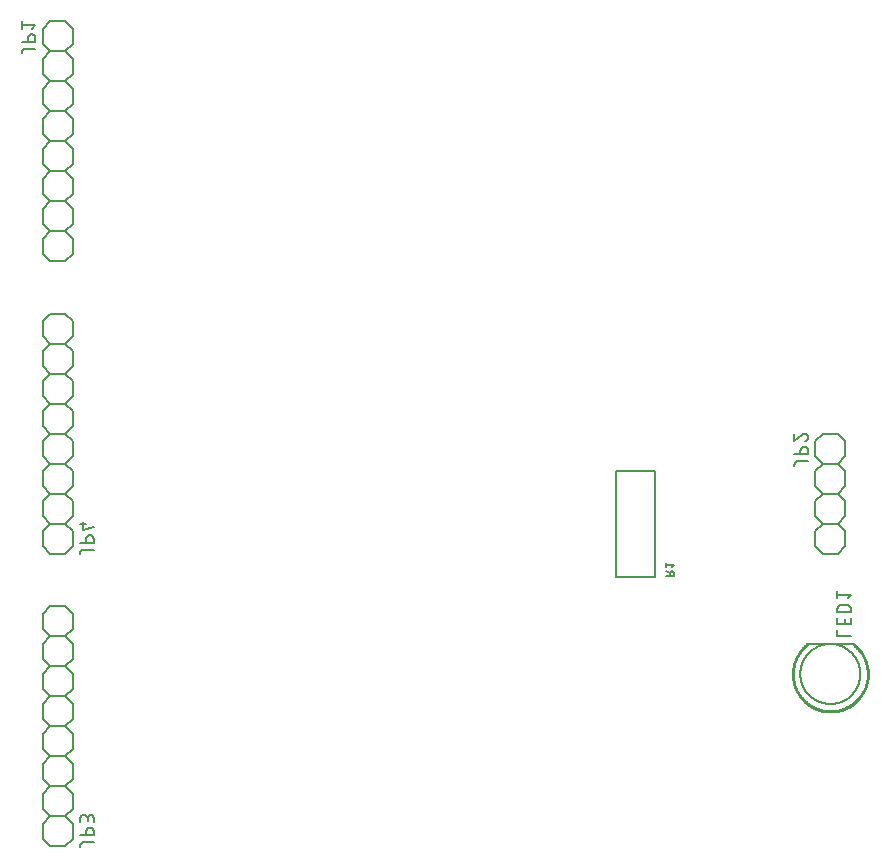
<source format=gbr>
G04 EAGLE Gerber X2 export*
%TF.Part,Single*%
%TF.FileFunction,Legend,Bot,1*%
%TF.FilePolarity,Positive*%
%TF.GenerationSoftware,Autodesk,EAGLE,9.0.0*%
%TF.CreationDate,2018-10-21T06:38:59Z*%
G75*
%MOMM*%
%FSLAX34Y34*%
%LPD*%
%AMOC8*
5,1,8,0,0,1.08239X$1,22.5*%
G01*
%ADD10C,0.152400*%
%ADD11C,0.127000*%
%ADD12C,0.203200*%
%ADD13C,0.254000*%


D10*
X311150Y673100D02*
X311150Y660400D01*
X317500Y654050D01*
X330200Y654050D01*
X336550Y660400D01*
X311150Y698500D02*
X317500Y704850D01*
X311150Y698500D02*
X311150Y685800D01*
X317500Y679450D01*
X330200Y679450D01*
X336550Y685800D01*
X336550Y698500D01*
X330200Y704850D01*
X317500Y679450D02*
X311150Y673100D01*
X330200Y679450D02*
X336550Y673100D01*
X336550Y660400D01*
X311150Y736600D02*
X311150Y749300D01*
X311150Y736600D02*
X317500Y730250D01*
X330200Y730250D01*
X336550Y736600D01*
X317500Y730250D02*
X311150Y723900D01*
X311150Y711200D01*
X317500Y704850D01*
X330200Y704850D01*
X336550Y711200D01*
X336550Y723900D01*
X330200Y730250D01*
X311150Y774700D02*
X317500Y781050D01*
X311150Y774700D02*
X311150Y762000D01*
X317500Y755650D01*
X330200Y755650D01*
X336550Y762000D01*
X336550Y774700D01*
X330200Y781050D01*
X317500Y755650D02*
X311150Y749300D01*
X330200Y755650D02*
X336550Y749300D01*
X336550Y736600D01*
X311150Y812800D02*
X311150Y825500D01*
X311150Y812800D02*
X317500Y806450D01*
X330200Y806450D01*
X336550Y812800D01*
X317500Y806450D02*
X311150Y800100D01*
X311150Y787400D01*
X317500Y781050D01*
X330200Y781050D01*
X336550Y787400D01*
X336550Y800100D01*
X330200Y806450D01*
X330200Y831850D02*
X317500Y831850D01*
X311150Y825500D01*
X330200Y831850D02*
X336550Y825500D01*
X336550Y812800D01*
X311150Y647700D02*
X311150Y635000D01*
X317500Y628650D01*
X330200Y628650D01*
X336550Y635000D01*
X317500Y654050D02*
X311150Y647700D01*
X330200Y654050D02*
X336550Y647700D01*
X336550Y635000D01*
D11*
X304927Y808788D02*
X296037Y808788D01*
X295937Y808786D01*
X295838Y808780D01*
X295738Y808770D01*
X295640Y808757D01*
X295541Y808739D01*
X295444Y808718D01*
X295348Y808693D01*
X295252Y808664D01*
X295158Y808631D01*
X295065Y808595D01*
X294974Y808555D01*
X294884Y808511D01*
X294796Y808464D01*
X294710Y808414D01*
X294626Y808360D01*
X294544Y808303D01*
X294465Y808243D01*
X294387Y808179D01*
X294313Y808113D01*
X294241Y808044D01*
X294172Y807972D01*
X294106Y807898D01*
X294042Y807820D01*
X293982Y807741D01*
X293925Y807659D01*
X293871Y807575D01*
X293821Y807489D01*
X293774Y807401D01*
X293730Y807311D01*
X293690Y807220D01*
X293654Y807127D01*
X293621Y807033D01*
X293592Y806937D01*
X293567Y806841D01*
X293546Y806744D01*
X293528Y806645D01*
X293515Y806547D01*
X293505Y806447D01*
X293499Y806348D01*
X293497Y806248D01*
X293497Y804978D01*
X293497Y814769D02*
X304927Y814769D01*
X304927Y817944D01*
X304925Y818055D01*
X304919Y818165D01*
X304910Y818276D01*
X304896Y818386D01*
X304879Y818495D01*
X304858Y818604D01*
X304833Y818712D01*
X304804Y818819D01*
X304772Y818925D01*
X304736Y819030D01*
X304696Y819133D01*
X304653Y819235D01*
X304606Y819336D01*
X304555Y819435D01*
X304502Y819532D01*
X304445Y819626D01*
X304384Y819719D01*
X304321Y819810D01*
X304254Y819899D01*
X304184Y819985D01*
X304111Y820068D01*
X304036Y820150D01*
X303958Y820228D01*
X303876Y820303D01*
X303793Y820376D01*
X303707Y820446D01*
X303618Y820513D01*
X303527Y820576D01*
X303434Y820637D01*
X303340Y820694D01*
X303243Y820747D01*
X303144Y820798D01*
X303043Y820845D01*
X302941Y820888D01*
X302838Y820928D01*
X302733Y820964D01*
X302627Y820996D01*
X302520Y821025D01*
X302412Y821050D01*
X302303Y821071D01*
X302194Y821088D01*
X302084Y821102D01*
X301973Y821111D01*
X301863Y821117D01*
X301752Y821119D01*
X301641Y821117D01*
X301531Y821111D01*
X301420Y821102D01*
X301310Y821088D01*
X301201Y821071D01*
X301092Y821050D01*
X300984Y821025D01*
X300877Y820996D01*
X300771Y820964D01*
X300666Y820928D01*
X300563Y820888D01*
X300461Y820845D01*
X300360Y820798D01*
X300261Y820747D01*
X300165Y820694D01*
X300070Y820637D01*
X299977Y820576D01*
X299886Y820513D01*
X299797Y820446D01*
X299711Y820376D01*
X299628Y820303D01*
X299546Y820228D01*
X299468Y820150D01*
X299393Y820068D01*
X299320Y819985D01*
X299250Y819899D01*
X299183Y819810D01*
X299120Y819719D01*
X299059Y819626D01*
X299002Y819532D01*
X298949Y819435D01*
X298898Y819336D01*
X298851Y819235D01*
X298808Y819133D01*
X298768Y819030D01*
X298732Y818925D01*
X298700Y818819D01*
X298671Y818712D01*
X298646Y818604D01*
X298625Y818495D01*
X298608Y818386D01*
X298594Y818276D01*
X298585Y818165D01*
X298579Y818055D01*
X298577Y817944D01*
X298577Y814769D01*
X302387Y825627D02*
X304927Y828802D01*
X293497Y828802D01*
X293497Y825627D02*
X293497Y831977D01*
D10*
X965200Y425450D02*
X971550Y431800D01*
X965200Y425450D02*
X965200Y412750D01*
X971550Y406400D01*
X984250Y406400D01*
X990600Y412750D01*
X990600Y425450D01*
X984250Y431800D01*
X965200Y463550D02*
X965200Y476250D01*
X965200Y463550D02*
X971550Y457200D01*
X984250Y457200D01*
X990600Y463550D01*
X971550Y457200D02*
X965200Y450850D01*
X965200Y438150D01*
X971550Y431800D01*
X984250Y431800D01*
X990600Y438150D01*
X990600Y450850D01*
X984250Y457200D01*
X984250Y482600D02*
X971550Y482600D01*
X965200Y476250D01*
X984250Y482600D02*
X990600Y476250D01*
X990600Y463550D01*
X965200Y400050D02*
X965200Y387350D01*
X971550Y381000D01*
X984250Y381000D01*
X990600Y387350D01*
X971550Y406400D02*
X965200Y400050D01*
X984250Y406400D02*
X990600Y400050D01*
X990600Y387350D01*
D11*
X958977Y459538D02*
X950087Y459538D01*
X949987Y459536D01*
X949888Y459530D01*
X949788Y459520D01*
X949690Y459507D01*
X949591Y459489D01*
X949494Y459468D01*
X949398Y459443D01*
X949302Y459414D01*
X949208Y459381D01*
X949115Y459345D01*
X949024Y459305D01*
X948934Y459261D01*
X948846Y459214D01*
X948760Y459164D01*
X948676Y459110D01*
X948594Y459053D01*
X948515Y458993D01*
X948437Y458929D01*
X948363Y458863D01*
X948291Y458794D01*
X948222Y458722D01*
X948156Y458648D01*
X948092Y458570D01*
X948032Y458491D01*
X947975Y458409D01*
X947921Y458325D01*
X947871Y458239D01*
X947824Y458151D01*
X947780Y458061D01*
X947740Y457970D01*
X947704Y457877D01*
X947671Y457783D01*
X947642Y457687D01*
X947617Y457591D01*
X947596Y457494D01*
X947578Y457395D01*
X947565Y457297D01*
X947555Y457197D01*
X947549Y457098D01*
X947547Y456998D01*
X947547Y455728D01*
X947547Y465519D02*
X958977Y465519D01*
X958977Y468694D01*
X958975Y468805D01*
X958969Y468915D01*
X958960Y469026D01*
X958946Y469136D01*
X958929Y469245D01*
X958908Y469354D01*
X958883Y469462D01*
X958854Y469569D01*
X958822Y469675D01*
X958786Y469780D01*
X958746Y469883D01*
X958703Y469985D01*
X958656Y470086D01*
X958605Y470185D01*
X958552Y470282D01*
X958495Y470376D01*
X958434Y470469D01*
X958371Y470560D01*
X958304Y470649D01*
X958234Y470735D01*
X958161Y470818D01*
X958086Y470900D01*
X958008Y470978D01*
X957926Y471053D01*
X957843Y471126D01*
X957757Y471196D01*
X957668Y471263D01*
X957577Y471326D01*
X957484Y471387D01*
X957390Y471444D01*
X957293Y471497D01*
X957194Y471548D01*
X957093Y471595D01*
X956991Y471638D01*
X956888Y471678D01*
X956783Y471714D01*
X956677Y471746D01*
X956570Y471775D01*
X956462Y471800D01*
X956353Y471821D01*
X956244Y471838D01*
X956134Y471852D01*
X956023Y471861D01*
X955913Y471867D01*
X955802Y471869D01*
X955691Y471867D01*
X955581Y471861D01*
X955470Y471852D01*
X955360Y471838D01*
X955251Y471821D01*
X955142Y471800D01*
X955034Y471775D01*
X954927Y471746D01*
X954821Y471714D01*
X954716Y471678D01*
X954613Y471638D01*
X954511Y471595D01*
X954410Y471548D01*
X954311Y471497D01*
X954215Y471444D01*
X954120Y471387D01*
X954027Y471326D01*
X953936Y471263D01*
X953847Y471196D01*
X953761Y471126D01*
X953678Y471053D01*
X953596Y470978D01*
X953518Y470900D01*
X953443Y470818D01*
X953370Y470735D01*
X953300Y470649D01*
X953233Y470560D01*
X953170Y470469D01*
X953109Y470376D01*
X953052Y470282D01*
X952999Y470185D01*
X952948Y470086D01*
X952901Y469985D01*
X952858Y469883D01*
X952818Y469780D01*
X952782Y469675D01*
X952750Y469569D01*
X952721Y469462D01*
X952696Y469354D01*
X952675Y469245D01*
X952658Y469136D01*
X952644Y469026D01*
X952635Y468915D01*
X952629Y468805D01*
X952627Y468694D01*
X952627Y465519D01*
X958978Y479870D02*
X958976Y479974D01*
X958970Y480079D01*
X958961Y480183D01*
X958948Y480286D01*
X958930Y480389D01*
X958910Y480491D01*
X958885Y480593D01*
X958857Y480693D01*
X958825Y480793D01*
X958789Y480891D01*
X958750Y480988D01*
X958708Y481083D01*
X958662Y481177D01*
X958612Y481269D01*
X958560Y481359D01*
X958504Y481447D01*
X958444Y481533D01*
X958382Y481617D01*
X958317Y481698D01*
X958249Y481777D01*
X958177Y481854D01*
X958104Y481927D01*
X958027Y481999D01*
X957948Y482067D01*
X957867Y482132D01*
X957783Y482194D01*
X957697Y482254D01*
X957609Y482310D01*
X957519Y482362D01*
X957427Y482412D01*
X957333Y482458D01*
X957238Y482500D01*
X957141Y482539D01*
X957043Y482575D01*
X956943Y482607D01*
X956843Y482635D01*
X956741Y482660D01*
X956639Y482680D01*
X956536Y482698D01*
X956433Y482711D01*
X956329Y482720D01*
X956224Y482726D01*
X956120Y482728D01*
X958977Y479870D02*
X958975Y479752D01*
X958969Y479633D01*
X958960Y479515D01*
X958947Y479398D01*
X958929Y479281D01*
X958909Y479164D01*
X958884Y479048D01*
X958856Y478933D01*
X958823Y478820D01*
X958788Y478707D01*
X958748Y478595D01*
X958706Y478485D01*
X958659Y478376D01*
X958609Y478268D01*
X958556Y478163D01*
X958499Y478059D01*
X958439Y477957D01*
X958376Y477857D01*
X958309Y477759D01*
X958240Y477663D01*
X958167Y477570D01*
X958091Y477479D01*
X958013Y477390D01*
X957931Y477304D01*
X957847Y477221D01*
X957761Y477140D01*
X957671Y477063D01*
X957580Y476988D01*
X957486Y476916D01*
X957389Y476847D01*
X957291Y476782D01*
X957190Y476719D01*
X957087Y476660D01*
X956983Y476604D01*
X956877Y476552D01*
X956769Y476503D01*
X956660Y476458D01*
X956549Y476416D01*
X956437Y476378D01*
X953898Y481775D02*
X953973Y481851D01*
X954052Y481926D01*
X954133Y481997D01*
X954217Y482066D01*
X954303Y482131D01*
X954391Y482193D01*
X954481Y482253D01*
X954573Y482309D01*
X954668Y482362D01*
X954764Y482411D01*
X954862Y482457D01*
X954961Y482500D01*
X955062Y482539D01*
X955164Y482574D01*
X955267Y482606D01*
X955371Y482634D01*
X955476Y482659D01*
X955583Y482680D01*
X955689Y482697D01*
X955796Y482710D01*
X955904Y482719D01*
X956012Y482725D01*
X956120Y482727D01*
X953897Y481775D02*
X947547Y476377D01*
X947547Y482727D01*
D10*
X336550Y304800D02*
X336550Y292100D01*
X336550Y304800D02*
X330200Y311150D01*
X317500Y311150D01*
X311150Y304800D01*
X336550Y266700D02*
X330200Y260350D01*
X336550Y266700D02*
X336550Y279400D01*
X330200Y285750D01*
X317500Y285750D01*
X311150Y279400D01*
X311150Y266700D01*
X317500Y260350D01*
X330200Y285750D02*
X336550Y292100D01*
X317500Y285750D02*
X311150Y292100D01*
X311150Y304800D01*
X336550Y228600D02*
X336550Y215900D01*
X336550Y228600D02*
X330200Y234950D01*
X317500Y234950D01*
X311150Y228600D01*
X330200Y234950D02*
X336550Y241300D01*
X336550Y254000D01*
X330200Y260350D01*
X317500Y260350D01*
X311150Y254000D01*
X311150Y241300D01*
X317500Y234950D01*
X336550Y190500D02*
X330200Y184150D01*
X336550Y190500D02*
X336550Y203200D01*
X330200Y209550D01*
X317500Y209550D01*
X311150Y203200D01*
X311150Y190500D01*
X317500Y184150D01*
X330200Y209550D02*
X336550Y215900D01*
X317500Y209550D02*
X311150Y215900D01*
X311150Y228600D01*
X336550Y152400D02*
X336550Y139700D01*
X336550Y152400D02*
X330200Y158750D01*
X317500Y158750D01*
X311150Y152400D01*
X330200Y158750D02*
X336550Y165100D01*
X336550Y177800D01*
X330200Y184150D01*
X317500Y184150D01*
X311150Y177800D01*
X311150Y165100D01*
X317500Y158750D01*
X317500Y133350D02*
X330200Y133350D01*
X336550Y139700D01*
X317500Y133350D02*
X311150Y139700D01*
X311150Y152400D01*
X336550Y317500D02*
X336550Y330200D01*
X330200Y336550D01*
X317500Y336550D01*
X311150Y330200D01*
X330200Y311150D02*
X336550Y317500D01*
X317500Y311150D02*
X311150Y317500D01*
X311150Y330200D01*
D11*
X345313Y137033D02*
X354203Y137033D01*
X345313Y137033D02*
X345213Y137031D01*
X345114Y137025D01*
X345014Y137015D01*
X344916Y137002D01*
X344817Y136984D01*
X344720Y136963D01*
X344624Y136938D01*
X344528Y136909D01*
X344434Y136876D01*
X344341Y136840D01*
X344250Y136800D01*
X344160Y136756D01*
X344072Y136709D01*
X343986Y136659D01*
X343902Y136605D01*
X343820Y136548D01*
X343741Y136488D01*
X343663Y136424D01*
X343589Y136358D01*
X343517Y136289D01*
X343448Y136217D01*
X343382Y136143D01*
X343318Y136065D01*
X343258Y135986D01*
X343201Y135904D01*
X343147Y135820D01*
X343097Y135734D01*
X343050Y135646D01*
X343006Y135556D01*
X342966Y135465D01*
X342930Y135372D01*
X342897Y135278D01*
X342868Y135182D01*
X342843Y135086D01*
X342822Y134989D01*
X342804Y134890D01*
X342791Y134792D01*
X342781Y134692D01*
X342775Y134593D01*
X342773Y134493D01*
X342773Y133223D01*
X342773Y143013D02*
X354203Y143013D01*
X354203Y146188D01*
X354201Y146299D01*
X354195Y146409D01*
X354186Y146520D01*
X354172Y146630D01*
X354155Y146739D01*
X354134Y146848D01*
X354109Y146956D01*
X354080Y147063D01*
X354048Y147169D01*
X354012Y147274D01*
X353972Y147377D01*
X353929Y147479D01*
X353882Y147580D01*
X353831Y147679D01*
X353778Y147776D01*
X353721Y147870D01*
X353660Y147963D01*
X353597Y148054D01*
X353530Y148143D01*
X353460Y148229D01*
X353387Y148312D01*
X353312Y148394D01*
X353234Y148472D01*
X353152Y148547D01*
X353069Y148620D01*
X352983Y148690D01*
X352894Y148757D01*
X352803Y148820D01*
X352710Y148881D01*
X352616Y148938D01*
X352519Y148991D01*
X352420Y149042D01*
X352319Y149089D01*
X352217Y149132D01*
X352114Y149172D01*
X352009Y149208D01*
X351903Y149240D01*
X351796Y149269D01*
X351688Y149294D01*
X351579Y149315D01*
X351470Y149332D01*
X351360Y149346D01*
X351249Y149355D01*
X351139Y149361D01*
X351028Y149363D01*
X350917Y149361D01*
X350807Y149355D01*
X350696Y149346D01*
X350586Y149332D01*
X350477Y149315D01*
X350368Y149294D01*
X350260Y149269D01*
X350153Y149240D01*
X350047Y149208D01*
X349942Y149172D01*
X349839Y149132D01*
X349737Y149089D01*
X349636Y149042D01*
X349537Y148991D01*
X349441Y148938D01*
X349346Y148881D01*
X349253Y148820D01*
X349162Y148757D01*
X349073Y148690D01*
X348987Y148620D01*
X348904Y148547D01*
X348822Y148472D01*
X348744Y148394D01*
X348669Y148312D01*
X348596Y148229D01*
X348526Y148143D01*
X348459Y148054D01*
X348396Y147963D01*
X348335Y147870D01*
X348278Y147776D01*
X348225Y147679D01*
X348174Y147580D01*
X348127Y147479D01*
X348084Y147377D01*
X348044Y147274D01*
X348008Y147169D01*
X347976Y147063D01*
X347947Y146956D01*
X347922Y146848D01*
X347901Y146739D01*
X347884Y146630D01*
X347870Y146520D01*
X347861Y146409D01*
X347855Y146299D01*
X347853Y146188D01*
X347853Y143013D01*
X342773Y153872D02*
X342773Y157047D01*
X342775Y157158D01*
X342781Y157268D01*
X342790Y157379D01*
X342804Y157489D01*
X342821Y157598D01*
X342842Y157707D01*
X342867Y157815D01*
X342896Y157922D01*
X342928Y158028D01*
X342964Y158133D01*
X343004Y158236D01*
X343047Y158338D01*
X343094Y158439D01*
X343145Y158538D01*
X343198Y158635D01*
X343255Y158729D01*
X343316Y158822D01*
X343379Y158913D01*
X343446Y159002D01*
X343516Y159088D01*
X343589Y159171D01*
X343664Y159253D01*
X343742Y159331D01*
X343824Y159406D01*
X343907Y159479D01*
X343993Y159549D01*
X344082Y159616D01*
X344173Y159679D01*
X344266Y159740D01*
X344361Y159797D01*
X344457Y159850D01*
X344556Y159901D01*
X344657Y159948D01*
X344759Y159991D01*
X344862Y160031D01*
X344967Y160067D01*
X345073Y160099D01*
X345180Y160128D01*
X345288Y160153D01*
X345397Y160174D01*
X345506Y160191D01*
X345616Y160205D01*
X345727Y160214D01*
X345837Y160220D01*
X345948Y160222D01*
X346059Y160220D01*
X346169Y160214D01*
X346280Y160205D01*
X346390Y160191D01*
X346499Y160174D01*
X346608Y160153D01*
X346716Y160128D01*
X346823Y160099D01*
X346929Y160067D01*
X347034Y160031D01*
X347137Y159991D01*
X347239Y159948D01*
X347340Y159901D01*
X347439Y159850D01*
X347536Y159797D01*
X347630Y159740D01*
X347723Y159679D01*
X347814Y159616D01*
X347903Y159549D01*
X347989Y159479D01*
X348072Y159406D01*
X348154Y159331D01*
X348232Y159253D01*
X348307Y159171D01*
X348380Y159088D01*
X348450Y159002D01*
X348517Y158913D01*
X348580Y158822D01*
X348641Y158729D01*
X348698Y158635D01*
X348751Y158538D01*
X348802Y158439D01*
X348849Y158338D01*
X348892Y158236D01*
X348932Y158133D01*
X348968Y158028D01*
X349000Y157922D01*
X349029Y157815D01*
X349054Y157707D01*
X349075Y157598D01*
X349092Y157489D01*
X349106Y157379D01*
X349115Y157268D01*
X349121Y157158D01*
X349123Y157047D01*
X354203Y157682D02*
X354203Y153872D01*
X354203Y157682D02*
X354201Y157782D01*
X354195Y157881D01*
X354185Y157981D01*
X354172Y158079D01*
X354154Y158178D01*
X354133Y158275D01*
X354108Y158371D01*
X354079Y158467D01*
X354046Y158561D01*
X354010Y158654D01*
X353970Y158745D01*
X353926Y158835D01*
X353879Y158923D01*
X353829Y159009D01*
X353775Y159093D01*
X353718Y159175D01*
X353658Y159254D01*
X353594Y159332D01*
X353528Y159406D01*
X353459Y159478D01*
X353387Y159547D01*
X353313Y159613D01*
X353235Y159677D01*
X353156Y159737D01*
X353074Y159794D01*
X352990Y159848D01*
X352904Y159898D01*
X352816Y159945D01*
X352726Y159989D01*
X352635Y160029D01*
X352542Y160065D01*
X352448Y160098D01*
X352352Y160127D01*
X352256Y160152D01*
X352159Y160173D01*
X352060Y160191D01*
X351962Y160204D01*
X351862Y160214D01*
X351763Y160220D01*
X351663Y160222D01*
X351563Y160220D01*
X351464Y160214D01*
X351364Y160204D01*
X351266Y160191D01*
X351167Y160173D01*
X351070Y160152D01*
X350974Y160127D01*
X350878Y160098D01*
X350784Y160065D01*
X350691Y160029D01*
X350600Y159989D01*
X350510Y159945D01*
X350422Y159898D01*
X350336Y159848D01*
X350252Y159794D01*
X350170Y159737D01*
X350091Y159677D01*
X350013Y159613D01*
X349939Y159547D01*
X349867Y159478D01*
X349798Y159406D01*
X349732Y159332D01*
X349668Y159254D01*
X349608Y159175D01*
X349551Y159093D01*
X349497Y159009D01*
X349447Y158923D01*
X349400Y158835D01*
X349356Y158745D01*
X349316Y158654D01*
X349280Y158561D01*
X349247Y158467D01*
X349218Y158371D01*
X349193Y158275D01*
X349172Y158178D01*
X349154Y158079D01*
X349141Y157981D01*
X349131Y157881D01*
X349125Y157782D01*
X349123Y157682D01*
X349123Y155142D01*
D10*
X336550Y539750D02*
X336550Y552450D01*
X330200Y558800D01*
X317500Y558800D01*
X311150Y552450D01*
X336550Y514350D02*
X330200Y508000D01*
X336550Y514350D02*
X336550Y527050D01*
X330200Y533400D01*
X317500Y533400D01*
X311150Y527050D01*
X311150Y514350D01*
X317500Y508000D01*
X330200Y533400D02*
X336550Y539750D01*
X317500Y533400D02*
X311150Y539750D01*
X311150Y552450D01*
X336550Y476250D02*
X336550Y463550D01*
X336550Y476250D02*
X330200Y482600D01*
X317500Y482600D01*
X311150Y476250D01*
X330200Y482600D02*
X336550Y488950D01*
X336550Y501650D01*
X330200Y508000D01*
X317500Y508000D01*
X311150Y501650D01*
X311150Y488950D01*
X317500Y482600D01*
X336550Y438150D02*
X330200Y431800D01*
X336550Y438150D02*
X336550Y450850D01*
X330200Y457200D01*
X317500Y457200D01*
X311150Y450850D01*
X311150Y438150D01*
X317500Y431800D01*
X330200Y457200D02*
X336550Y463550D01*
X317500Y457200D02*
X311150Y463550D01*
X311150Y476250D01*
X336550Y400050D02*
X336550Y387350D01*
X336550Y400050D02*
X330200Y406400D01*
X317500Y406400D01*
X311150Y400050D01*
X330200Y406400D02*
X336550Y412750D01*
X336550Y425450D01*
X330200Y431800D01*
X317500Y431800D01*
X311150Y425450D01*
X311150Y412750D01*
X317500Y406400D01*
X317500Y381000D02*
X330200Y381000D01*
X336550Y387350D01*
X317500Y381000D02*
X311150Y387350D01*
X311150Y400050D01*
X336550Y565150D02*
X336550Y577850D01*
X330200Y584200D01*
X317500Y584200D01*
X311150Y577850D01*
X330200Y558800D02*
X336550Y565150D01*
X317500Y558800D02*
X311150Y565150D01*
X311150Y577850D01*
D11*
X345313Y384683D02*
X354203Y384683D01*
X345313Y384683D02*
X345213Y384681D01*
X345114Y384675D01*
X345014Y384665D01*
X344916Y384652D01*
X344817Y384634D01*
X344720Y384613D01*
X344624Y384588D01*
X344528Y384559D01*
X344434Y384526D01*
X344341Y384490D01*
X344250Y384450D01*
X344160Y384406D01*
X344072Y384359D01*
X343986Y384309D01*
X343902Y384255D01*
X343820Y384198D01*
X343741Y384138D01*
X343663Y384074D01*
X343589Y384008D01*
X343517Y383939D01*
X343448Y383867D01*
X343382Y383793D01*
X343318Y383715D01*
X343258Y383636D01*
X343201Y383554D01*
X343147Y383470D01*
X343097Y383384D01*
X343050Y383296D01*
X343006Y383206D01*
X342966Y383115D01*
X342930Y383022D01*
X342897Y382928D01*
X342868Y382832D01*
X342843Y382736D01*
X342822Y382639D01*
X342804Y382540D01*
X342791Y382442D01*
X342781Y382342D01*
X342775Y382243D01*
X342773Y382143D01*
X342773Y380873D01*
X342773Y390663D02*
X354203Y390663D01*
X354203Y393838D01*
X354201Y393949D01*
X354195Y394059D01*
X354186Y394170D01*
X354172Y394280D01*
X354155Y394389D01*
X354134Y394498D01*
X354109Y394606D01*
X354080Y394713D01*
X354048Y394819D01*
X354012Y394924D01*
X353972Y395027D01*
X353929Y395129D01*
X353882Y395230D01*
X353831Y395329D01*
X353778Y395426D01*
X353721Y395520D01*
X353660Y395613D01*
X353597Y395704D01*
X353530Y395793D01*
X353460Y395879D01*
X353387Y395962D01*
X353312Y396044D01*
X353234Y396122D01*
X353152Y396197D01*
X353069Y396270D01*
X352983Y396340D01*
X352894Y396407D01*
X352803Y396470D01*
X352710Y396531D01*
X352616Y396588D01*
X352519Y396641D01*
X352420Y396692D01*
X352319Y396739D01*
X352217Y396782D01*
X352114Y396822D01*
X352009Y396858D01*
X351903Y396890D01*
X351796Y396919D01*
X351688Y396944D01*
X351579Y396965D01*
X351470Y396982D01*
X351360Y396996D01*
X351249Y397005D01*
X351139Y397011D01*
X351028Y397013D01*
X350917Y397011D01*
X350807Y397005D01*
X350696Y396996D01*
X350586Y396982D01*
X350477Y396965D01*
X350368Y396944D01*
X350260Y396919D01*
X350153Y396890D01*
X350047Y396858D01*
X349942Y396822D01*
X349839Y396782D01*
X349737Y396739D01*
X349636Y396692D01*
X349537Y396641D01*
X349441Y396588D01*
X349346Y396531D01*
X349253Y396470D01*
X349162Y396407D01*
X349073Y396340D01*
X348987Y396270D01*
X348904Y396197D01*
X348822Y396122D01*
X348744Y396044D01*
X348669Y395962D01*
X348596Y395879D01*
X348526Y395793D01*
X348459Y395704D01*
X348396Y395613D01*
X348335Y395520D01*
X348278Y395426D01*
X348225Y395329D01*
X348174Y395230D01*
X348127Y395129D01*
X348084Y395027D01*
X348044Y394924D01*
X348008Y394819D01*
X347976Y394713D01*
X347947Y394606D01*
X347922Y394498D01*
X347901Y394389D01*
X347884Y394280D01*
X347870Y394170D01*
X347861Y394059D01*
X347855Y393949D01*
X347853Y393838D01*
X347853Y390663D01*
X345313Y401522D02*
X354203Y404062D01*
X345313Y401522D02*
X345313Y407872D01*
X347853Y405967D02*
X342773Y405967D01*
D12*
X958850Y304800D02*
X996950Y304800D01*
D13*
X997566Y304326D01*
X998171Y303837D01*
X998763Y303333D01*
X999343Y302815D01*
X999910Y302283D01*
X1000464Y301737D01*
X1001004Y301178D01*
X1001530Y300605D01*
X1002043Y300020D01*
X1002540Y299423D01*
X1003023Y298814D01*
X1003491Y298193D01*
X1003944Y297560D01*
X1004381Y296917D01*
X1004802Y296263D01*
X1005206Y295599D01*
X1005595Y294926D01*
X1005967Y294243D01*
X1006322Y293551D01*
X1006660Y292851D01*
X1006981Y292143D01*
X1007284Y291427D01*
X1007570Y290703D01*
X1007838Y289974D01*
X1008088Y289237D01*
X1008319Y288495D01*
X1008533Y287747D01*
X1008728Y286995D01*
X1008905Y286237D01*
X1009063Y285476D01*
X1009203Y284711D01*
X1009323Y283943D01*
X1009425Y283172D01*
X1009508Y282399D01*
X1009572Y281624D01*
X1009617Y280848D01*
X1009643Y280071D01*
X1009650Y279293D01*
X1009638Y278516D01*
X1009607Y277739D01*
X1009556Y276963D01*
X1009487Y276188D01*
X1009399Y275416D01*
X1009292Y274646D01*
X1009166Y273878D01*
X1009022Y273114D01*
X1008858Y272354D01*
X1008676Y271598D01*
X1008476Y270847D01*
X1008258Y270100D01*
X1008021Y269360D01*
X1007766Y268625D01*
X1007493Y267897D01*
X1007202Y267176D01*
X1006894Y266462D01*
X1006569Y265756D01*
X1006226Y265058D01*
X1005866Y264368D01*
X1005490Y263688D01*
X1005097Y263017D01*
X1004687Y262356D01*
X1004262Y261705D01*
X1003821Y261065D01*
X1003364Y260436D01*
X1002892Y259818D01*
X1002405Y259212D01*
X1001903Y258618D01*
X1001387Y258036D01*
X1000857Y257467D01*
X1000313Y256912D01*
X999755Y256369D01*
X999185Y255841D01*
X998602Y255327D01*
X998006Y254827D01*
X997398Y254342D01*
X996779Y253872D01*
X996148Y253418D01*
X995506Y252979D01*
X994854Y252555D01*
X994191Y252148D01*
X993519Y251757D01*
X992837Y251383D01*
X992147Y251026D01*
X991448Y250686D01*
X990740Y250362D01*
X990026Y250057D01*
X989303Y249768D01*
X988574Y249498D01*
X987839Y249246D01*
X987097Y249011D01*
X986350Y248795D01*
X985598Y248597D01*
X984842Y248418D01*
X984081Y248257D01*
X983317Y248115D01*
X982549Y247992D01*
X981778Y247888D01*
X981005Y247802D01*
X980231Y247736D01*
X979455Y247688D01*
X978678Y247660D01*
X977900Y247650D01*
X977122Y247660D01*
X976345Y247688D01*
X975569Y247736D01*
X974795Y247802D01*
X974022Y247888D01*
X973251Y247992D01*
X972483Y248115D01*
X971719Y248257D01*
X970958Y248418D01*
X970202Y248597D01*
X969450Y248795D01*
X968703Y249011D01*
X967961Y249246D01*
X967226Y249498D01*
X966497Y249768D01*
X965774Y250057D01*
X965060Y250362D01*
X964352Y250686D01*
X963653Y251026D01*
X962963Y251383D01*
X962281Y251757D01*
X961609Y252148D01*
X960946Y252555D01*
X960294Y252979D01*
X959652Y253418D01*
X959021Y253872D01*
X958402Y254342D01*
X957794Y254827D01*
X957198Y255327D01*
X956615Y255841D01*
X956045Y256369D01*
X955487Y256912D01*
X954943Y257467D01*
X954413Y258036D01*
X953897Y258618D01*
X953395Y259212D01*
X952908Y259818D01*
X952436Y260436D01*
X951979Y261065D01*
X951538Y261705D01*
X951113Y262356D01*
X950703Y263017D01*
X950310Y263688D01*
X949934Y264368D01*
X949574Y265058D01*
X949231Y265756D01*
X948906Y266462D01*
X948598Y267176D01*
X948307Y267897D01*
X948034Y268625D01*
X947779Y269360D01*
X947542Y270100D01*
X947324Y270847D01*
X947124Y271598D01*
X946942Y272354D01*
X946778Y273114D01*
X946634Y273878D01*
X946508Y274646D01*
X946401Y275416D01*
X946313Y276188D01*
X946244Y276963D01*
X946193Y277739D01*
X946162Y278516D01*
X946150Y279293D01*
X946157Y280071D01*
X946183Y280848D01*
X946228Y281624D01*
X946292Y282399D01*
X946375Y283172D01*
X946477Y283943D01*
X946597Y284711D01*
X946737Y285476D01*
X946895Y286237D01*
X947072Y286995D01*
X947267Y287747D01*
X947481Y288495D01*
X947712Y289237D01*
X947962Y289974D01*
X948230Y290703D01*
X948516Y291427D01*
X948819Y292143D01*
X949140Y292851D01*
X949478Y293551D01*
X949833Y294243D01*
X950205Y294926D01*
X950594Y295599D01*
X950998Y296263D01*
X951419Y296917D01*
X951856Y297560D01*
X952309Y298193D01*
X952777Y298814D01*
X953260Y299423D01*
X953757Y300020D01*
X954270Y300605D01*
X954796Y301178D01*
X955336Y301737D01*
X955890Y302283D01*
X956457Y302815D01*
X957037Y303333D01*
X957629Y303837D01*
X958234Y304326D01*
X958850Y304800D01*
D10*
X952500Y279400D02*
X952508Y280023D01*
X952531Y280646D01*
X952569Y281269D01*
X952622Y281890D01*
X952691Y282509D01*
X952775Y283127D01*
X952874Y283742D01*
X952988Y284355D01*
X953117Y284965D01*
X953261Y285572D01*
X953420Y286175D01*
X953594Y286773D01*
X953782Y287368D01*
X953985Y287957D01*
X954202Y288541D01*
X954433Y289120D01*
X954679Y289693D01*
X954939Y290260D01*
X955212Y290820D01*
X955499Y291373D01*
X955800Y291920D01*
X956114Y292458D01*
X956441Y292989D01*
X956781Y293511D01*
X957133Y294026D01*
X957499Y294531D01*
X957876Y295027D01*
X958266Y295514D01*
X958667Y295991D01*
X959080Y296458D01*
X959504Y296914D01*
X959939Y297361D01*
X960386Y297796D01*
X960842Y298220D01*
X961309Y298633D01*
X961786Y299034D01*
X962273Y299424D01*
X962769Y299801D01*
X963274Y300167D01*
X963789Y300519D01*
X964311Y300859D01*
X964842Y301186D01*
X965380Y301500D01*
X965927Y301801D01*
X966480Y302088D01*
X967040Y302361D01*
X967607Y302621D01*
X968180Y302867D01*
X968759Y303098D01*
X969343Y303315D01*
X969932Y303518D01*
X970527Y303706D01*
X971125Y303880D01*
X971728Y304039D01*
X972335Y304183D01*
X972945Y304312D01*
X973558Y304426D01*
X974173Y304525D01*
X974791Y304609D01*
X975410Y304678D01*
X976031Y304731D01*
X976654Y304769D01*
X977277Y304792D01*
X977900Y304800D01*
X978523Y304792D01*
X979146Y304769D01*
X979769Y304731D01*
X980390Y304678D01*
X981009Y304609D01*
X981627Y304525D01*
X982242Y304426D01*
X982855Y304312D01*
X983465Y304183D01*
X984072Y304039D01*
X984675Y303880D01*
X985273Y303706D01*
X985868Y303518D01*
X986457Y303315D01*
X987041Y303098D01*
X987620Y302867D01*
X988193Y302621D01*
X988760Y302361D01*
X989320Y302088D01*
X989873Y301801D01*
X990420Y301500D01*
X990958Y301186D01*
X991489Y300859D01*
X992011Y300519D01*
X992526Y300167D01*
X993031Y299801D01*
X993527Y299424D01*
X994014Y299034D01*
X994491Y298633D01*
X994958Y298220D01*
X995414Y297796D01*
X995861Y297361D01*
X996296Y296914D01*
X996720Y296458D01*
X997133Y295991D01*
X997534Y295514D01*
X997924Y295027D01*
X998301Y294531D01*
X998667Y294026D01*
X999019Y293511D01*
X999359Y292989D01*
X999686Y292458D01*
X1000000Y291920D01*
X1000301Y291373D01*
X1000588Y290820D01*
X1000861Y290260D01*
X1001121Y289693D01*
X1001367Y289120D01*
X1001598Y288541D01*
X1001815Y287957D01*
X1002018Y287368D01*
X1002206Y286773D01*
X1002380Y286175D01*
X1002539Y285572D01*
X1002683Y284965D01*
X1002812Y284355D01*
X1002926Y283742D01*
X1003025Y283127D01*
X1003109Y282509D01*
X1003178Y281890D01*
X1003231Y281269D01*
X1003269Y280646D01*
X1003292Y280023D01*
X1003300Y279400D01*
X1003292Y278777D01*
X1003269Y278154D01*
X1003231Y277531D01*
X1003178Y276910D01*
X1003109Y276291D01*
X1003025Y275673D01*
X1002926Y275058D01*
X1002812Y274445D01*
X1002683Y273835D01*
X1002539Y273228D01*
X1002380Y272625D01*
X1002206Y272027D01*
X1002018Y271432D01*
X1001815Y270843D01*
X1001598Y270259D01*
X1001367Y269680D01*
X1001121Y269107D01*
X1000861Y268540D01*
X1000588Y267980D01*
X1000301Y267427D01*
X1000000Y266880D01*
X999686Y266342D01*
X999359Y265811D01*
X999019Y265289D01*
X998667Y264774D01*
X998301Y264269D01*
X997924Y263773D01*
X997534Y263286D01*
X997133Y262809D01*
X996720Y262342D01*
X996296Y261886D01*
X995861Y261439D01*
X995414Y261004D01*
X994958Y260580D01*
X994491Y260167D01*
X994014Y259766D01*
X993527Y259376D01*
X993031Y258999D01*
X992526Y258633D01*
X992011Y258281D01*
X991489Y257941D01*
X990958Y257614D01*
X990420Y257300D01*
X989873Y256999D01*
X989320Y256712D01*
X988760Y256439D01*
X988193Y256179D01*
X987620Y255933D01*
X987041Y255702D01*
X986457Y255485D01*
X985868Y255282D01*
X985273Y255094D01*
X984675Y254920D01*
X984072Y254761D01*
X983465Y254617D01*
X982855Y254488D01*
X982242Y254374D01*
X981627Y254275D01*
X981009Y254191D01*
X980390Y254122D01*
X979769Y254069D01*
X979146Y254031D01*
X978523Y254008D01*
X977900Y254000D01*
X977277Y254008D01*
X976654Y254031D01*
X976031Y254069D01*
X975410Y254122D01*
X974791Y254191D01*
X974173Y254275D01*
X973558Y254374D01*
X972945Y254488D01*
X972335Y254617D01*
X971728Y254761D01*
X971125Y254920D01*
X970527Y255094D01*
X969932Y255282D01*
X969343Y255485D01*
X968759Y255702D01*
X968180Y255933D01*
X967607Y256179D01*
X967040Y256439D01*
X966480Y256712D01*
X965927Y256999D01*
X965380Y257300D01*
X964842Y257614D01*
X964311Y257941D01*
X963789Y258281D01*
X963274Y258633D01*
X962769Y258999D01*
X962273Y259376D01*
X961786Y259766D01*
X961309Y260167D01*
X960842Y260580D01*
X960386Y261004D01*
X959939Y261439D01*
X959504Y261886D01*
X959080Y262342D01*
X958667Y262809D01*
X958266Y263286D01*
X957876Y263773D01*
X957499Y264269D01*
X957133Y264774D01*
X956781Y265289D01*
X956441Y265811D01*
X956114Y266342D01*
X955800Y266880D01*
X955499Y267427D01*
X955212Y267980D01*
X954939Y268540D01*
X954679Y269107D01*
X954433Y269680D01*
X954202Y270259D01*
X953985Y270843D01*
X953782Y271432D01*
X953594Y272027D01*
X953420Y272625D01*
X953261Y273228D01*
X953117Y273835D01*
X952988Y274445D01*
X952874Y275058D01*
X952775Y275673D01*
X952691Y276291D01*
X952622Y276910D01*
X952569Y277531D01*
X952531Y278154D01*
X952508Y278777D01*
X952500Y279400D01*
D11*
X983869Y311785D02*
X995299Y311785D01*
X983869Y311785D02*
X983869Y316865D01*
X983869Y321691D02*
X983869Y326771D01*
X983869Y321691D02*
X995299Y321691D01*
X995299Y326771D01*
X990219Y325501D02*
X990219Y321691D01*
X995299Y331572D02*
X983869Y331572D01*
X995299Y331572D02*
X995299Y334747D01*
X995297Y334858D01*
X995291Y334968D01*
X995282Y335079D01*
X995268Y335189D01*
X995251Y335298D01*
X995230Y335407D01*
X995205Y335515D01*
X995176Y335622D01*
X995144Y335728D01*
X995108Y335833D01*
X995068Y335936D01*
X995025Y336038D01*
X994978Y336139D01*
X994927Y336238D01*
X994874Y336335D01*
X994817Y336429D01*
X994756Y336522D01*
X994693Y336613D01*
X994626Y336702D01*
X994556Y336788D01*
X994483Y336871D01*
X994408Y336953D01*
X994330Y337031D01*
X994248Y337106D01*
X994165Y337179D01*
X994079Y337249D01*
X993990Y337316D01*
X993899Y337379D01*
X993806Y337440D01*
X993712Y337497D01*
X993615Y337550D01*
X993516Y337601D01*
X993415Y337648D01*
X993313Y337691D01*
X993210Y337731D01*
X993105Y337767D01*
X992999Y337799D01*
X992892Y337828D01*
X992784Y337853D01*
X992675Y337874D01*
X992566Y337891D01*
X992456Y337905D01*
X992345Y337914D01*
X992235Y337920D01*
X992124Y337922D01*
X987044Y337922D01*
X986933Y337920D01*
X986823Y337914D01*
X986712Y337905D01*
X986602Y337891D01*
X986493Y337874D01*
X986384Y337853D01*
X986276Y337828D01*
X986169Y337799D01*
X986063Y337767D01*
X985958Y337731D01*
X985855Y337691D01*
X985753Y337648D01*
X985652Y337601D01*
X985553Y337550D01*
X985457Y337497D01*
X985362Y337440D01*
X985269Y337379D01*
X985178Y337316D01*
X985089Y337249D01*
X985003Y337179D01*
X984920Y337106D01*
X984838Y337031D01*
X984760Y336953D01*
X984685Y336871D01*
X984612Y336788D01*
X984542Y336702D01*
X984475Y336613D01*
X984412Y336522D01*
X984351Y336429D01*
X984294Y336335D01*
X984241Y336238D01*
X984190Y336139D01*
X984143Y336038D01*
X984100Y335936D01*
X984060Y335833D01*
X984024Y335728D01*
X983992Y335622D01*
X983963Y335515D01*
X983938Y335407D01*
X983917Y335298D01*
X983900Y335189D01*
X983886Y335079D01*
X983877Y334968D01*
X983871Y334858D01*
X983869Y334747D01*
X983869Y331572D01*
X992759Y343383D02*
X995299Y346558D01*
X983869Y346558D01*
X983869Y343383D02*
X983869Y349733D01*
D12*
X829300Y361400D02*
X796300Y361400D01*
X829300Y361400D02*
X829300Y451400D01*
X796300Y451400D01*
X796300Y361400D01*
D11*
X838835Y362585D02*
X845693Y362585D01*
X845693Y364490D01*
X845691Y364575D01*
X845685Y364661D01*
X845676Y364746D01*
X845662Y364830D01*
X845645Y364914D01*
X845624Y364997D01*
X845600Y365079D01*
X845572Y365159D01*
X845540Y365239D01*
X845504Y365317D01*
X845466Y365393D01*
X845423Y365467D01*
X845378Y365539D01*
X845329Y365610D01*
X845277Y365678D01*
X845223Y365743D01*
X845165Y365806D01*
X845104Y365867D01*
X845041Y365925D01*
X844976Y365979D01*
X844908Y366031D01*
X844837Y366080D01*
X844765Y366125D01*
X844691Y366168D01*
X844615Y366206D01*
X844537Y366242D01*
X844457Y366274D01*
X844377Y366302D01*
X844295Y366326D01*
X844212Y366347D01*
X844128Y366364D01*
X844044Y366378D01*
X843959Y366387D01*
X843873Y366393D01*
X843788Y366395D01*
X843703Y366393D01*
X843617Y366387D01*
X843532Y366378D01*
X843448Y366364D01*
X843364Y366347D01*
X843281Y366326D01*
X843199Y366302D01*
X843119Y366274D01*
X843039Y366242D01*
X842961Y366206D01*
X842885Y366168D01*
X842811Y366125D01*
X842739Y366080D01*
X842668Y366031D01*
X842600Y365979D01*
X842535Y365925D01*
X842472Y365867D01*
X842411Y365806D01*
X842353Y365743D01*
X842299Y365678D01*
X842247Y365610D01*
X842198Y365539D01*
X842153Y365467D01*
X842110Y365393D01*
X842072Y365317D01*
X842036Y365239D01*
X842004Y365159D01*
X841976Y365079D01*
X841952Y364997D01*
X841931Y364914D01*
X841914Y364830D01*
X841900Y364746D01*
X841891Y364661D01*
X841885Y364575D01*
X841883Y364490D01*
X841883Y362585D01*
X841883Y364871D02*
X838835Y366395D01*
X844169Y369831D02*
X845693Y371736D01*
X838835Y371736D01*
X838835Y369831D02*
X838835Y373641D01*
M02*

</source>
